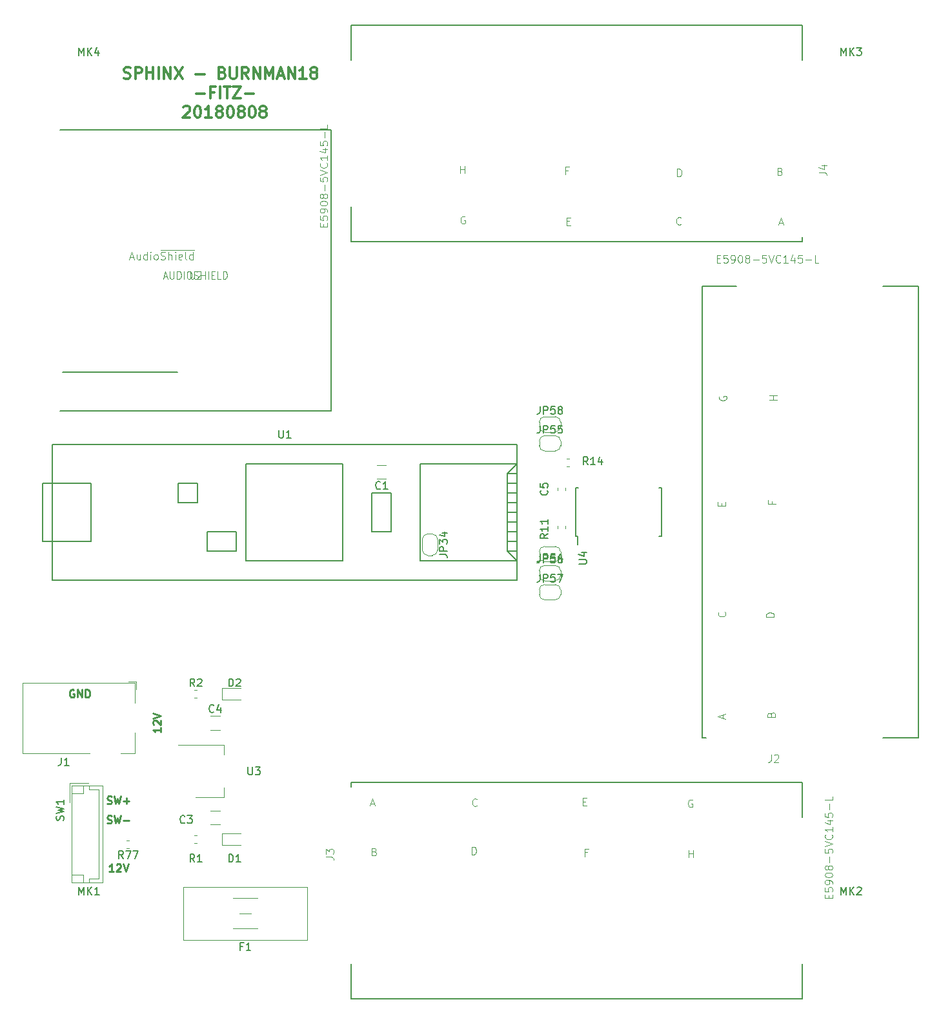
<source format=gto>
G04 #@! TF.GenerationSoftware,KiCad,Pcbnew,(5.0.0-rc2-dev-444-g2974a2c10)*
G04 #@! TF.CreationDate,2018-08-08T23:01:06-07:00*
G04 #@! TF.ProjectId,mcu_board,6D63755F626F6172642E6B696361645F,rev?*
G04 #@! TF.SameCoordinates,Original*
G04 #@! TF.FileFunction,Legend,Top*
G04 #@! TF.FilePolarity,Positive*
%FSLAX46Y46*%
G04 Gerber Fmt 4.6, Leading zero omitted, Abs format (unit mm)*
G04 Created by KiCad (PCBNEW (5.0.0-rc2-dev-444-g2974a2c10)) date 08/08/18 23:01:06*
%MOMM*%
%LPD*%
G01*
G04 APERTURE LIST*
%ADD10C,0.300000*%
%ADD11C,0.250000*%
%ADD12C,0.120000*%
%ADD13C,0.150000*%
%ADD14C,0.127000*%
%ADD15C,0.200000*%
%ADD16C,0.050000*%
G04 APERTURE END LIST*
D10*
X9610000Y-3137142D02*
X9824285Y-3208571D01*
X10181428Y-3208571D01*
X10324285Y-3137142D01*
X10395714Y-3065714D01*
X10467142Y-2922857D01*
X10467142Y-2780000D01*
X10395714Y-2637142D01*
X10324285Y-2565714D01*
X10181428Y-2494285D01*
X9895714Y-2422857D01*
X9752857Y-2351428D01*
X9681428Y-2280000D01*
X9610000Y-2137142D01*
X9610000Y-1994285D01*
X9681428Y-1851428D01*
X9752857Y-1780000D01*
X9895714Y-1708571D01*
X10252857Y-1708571D01*
X10467142Y-1780000D01*
X11110000Y-3208571D02*
X11110000Y-1708571D01*
X11681428Y-1708571D01*
X11824285Y-1780000D01*
X11895714Y-1851428D01*
X11967142Y-1994285D01*
X11967142Y-2208571D01*
X11895714Y-2351428D01*
X11824285Y-2422857D01*
X11681428Y-2494285D01*
X11110000Y-2494285D01*
X12610000Y-3208571D02*
X12610000Y-1708571D01*
X12610000Y-2422857D02*
X13467142Y-2422857D01*
X13467142Y-3208571D02*
X13467142Y-1708571D01*
X14181428Y-3208571D02*
X14181428Y-1708571D01*
X14895714Y-3208571D02*
X14895714Y-1708571D01*
X15752857Y-3208571D01*
X15752857Y-1708571D01*
X16324285Y-1708571D02*
X17324285Y-3208571D01*
X17324285Y-1708571D02*
X16324285Y-3208571D01*
X19038571Y-2637142D02*
X20181428Y-2637142D01*
X22538571Y-2422857D02*
X22752857Y-2494285D01*
X22824285Y-2565714D01*
X22895714Y-2708571D01*
X22895714Y-2922857D01*
X22824285Y-3065714D01*
X22752857Y-3137142D01*
X22610000Y-3208571D01*
X22038571Y-3208571D01*
X22038571Y-1708571D01*
X22538571Y-1708571D01*
X22681428Y-1780000D01*
X22752857Y-1851428D01*
X22824285Y-1994285D01*
X22824285Y-2137142D01*
X22752857Y-2280000D01*
X22681428Y-2351428D01*
X22538571Y-2422857D01*
X22038571Y-2422857D01*
X23538571Y-1708571D02*
X23538571Y-2922857D01*
X23610000Y-3065714D01*
X23681428Y-3137142D01*
X23824285Y-3208571D01*
X24110000Y-3208571D01*
X24252857Y-3137142D01*
X24324285Y-3065714D01*
X24395714Y-2922857D01*
X24395714Y-1708571D01*
X25967142Y-3208571D02*
X25467142Y-2494285D01*
X25109999Y-3208571D02*
X25109999Y-1708571D01*
X25681428Y-1708571D01*
X25824285Y-1780000D01*
X25895714Y-1851428D01*
X25967142Y-1994285D01*
X25967142Y-2208571D01*
X25895714Y-2351428D01*
X25824285Y-2422857D01*
X25681428Y-2494285D01*
X25109999Y-2494285D01*
X26610000Y-3208571D02*
X26610000Y-1708571D01*
X27467142Y-3208571D01*
X27467142Y-1708571D01*
X28181428Y-3208571D02*
X28181428Y-1708571D01*
X28681428Y-2780000D01*
X29181428Y-1708571D01*
X29181428Y-3208571D01*
X29824285Y-2780000D02*
X30538571Y-2780000D01*
X29681428Y-3208571D02*
X30181428Y-1708571D01*
X30681428Y-3208571D01*
X31181428Y-3208571D02*
X31181428Y-1708571D01*
X32038571Y-3208571D01*
X32038571Y-1708571D01*
X33538571Y-3208571D02*
X32681428Y-3208571D01*
X33109999Y-3208571D02*
X33109999Y-1708571D01*
X32967142Y-1922857D01*
X32824285Y-2065714D01*
X32681428Y-2137142D01*
X34395714Y-2351428D02*
X34252857Y-2280000D01*
X34181428Y-2208571D01*
X34110000Y-2065714D01*
X34110000Y-1994285D01*
X34181428Y-1851428D01*
X34252857Y-1780000D01*
X34395714Y-1708571D01*
X34681428Y-1708571D01*
X34824285Y-1780000D01*
X34895714Y-1851428D01*
X34967142Y-1994285D01*
X34967142Y-2065714D01*
X34895714Y-2208571D01*
X34824285Y-2280000D01*
X34681428Y-2351428D01*
X34395714Y-2351428D01*
X34252857Y-2422857D01*
X34181428Y-2494285D01*
X34110000Y-2637142D01*
X34110000Y-2922857D01*
X34181428Y-3065714D01*
X34252857Y-3137142D01*
X34395714Y-3208571D01*
X34681428Y-3208571D01*
X34824285Y-3137142D01*
X34895714Y-3065714D01*
X34967142Y-2922857D01*
X34967142Y-2637142D01*
X34895714Y-2494285D01*
X34824285Y-2422857D01*
X34681428Y-2351428D01*
X19074285Y-5187142D02*
X20217142Y-5187142D01*
X21431428Y-4972857D02*
X20931428Y-4972857D01*
X20931428Y-5758571D02*
X20931428Y-4258571D01*
X21645714Y-4258571D01*
X22217142Y-5758571D02*
X22217142Y-4258571D01*
X22717142Y-4258571D02*
X23574285Y-4258571D01*
X23145714Y-5758571D02*
X23145714Y-4258571D01*
X23931428Y-4258571D02*
X24931428Y-4258571D01*
X23931428Y-5758571D01*
X24931428Y-5758571D01*
X25502857Y-5187142D02*
X26645714Y-5187142D01*
X17431428Y-6951428D02*
X17502857Y-6880000D01*
X17645714Y-6808571D01*
X18002857Y-6808571D01*
X18145714Y-6880000D01*
X18217142Y-6951428D01*
X18288571Y-7094285D01*
X18288571Y-7237142D01*
X18217142Y-7451428D01*
X17359999Y-8308571D01*
X18288571Y-8308571D01*
X19217142Y-6808571D02*
X19359999Y-6808571D01*
X19502857Y-6880000D01*
X19574285Y-6951428D01*
X19645714Y-7094285D01*
X19717142Y-7380000D01*
X19717142Y-7737142D01*
X19645714Y-8022857D01*
X19574285Y-8165714D01*
X19502857Y-8237142D01*
X19359999Y-8308571D01*
X19217142Y-8308571D01*
X19074285Y-8237142D01*
X19002857Y-8165714D01*
X18931428Y-8022857D01*
X18859999Y-7737142D01*
X18859999Y-7380000D01*
X18931428Y-7094285D01*
X19002857Y-6951428D01*
X19074285Y-6880000D01*
X19217142Y-6808571D01*
X21145714Y-8308571D02*
X20288571Y-8308571D01*
X20717142Y-8308571D02*
X20717142Y-6808571D01*
X20574285Y-7022857D01*
X20431428Y-7165714D01*
X20288571Y-7237142D01*
X22002857Y-7451428D02*
X21859999Y-7380000D01*
X21788571Y-7308571D01*
X21717142Y-7165714D01*
X21717142Y-7094285D01*
X21788571Y-6951428D01*
X21859999Y-6880000D01*
X22002857Y-6808571D01*
X22288571Y-6808571D01*
X22431428Y-6880000D01*
X22502857Y-6951428D01*
X22574285Y-7094285D01*
X22574285Y-7165714D01*
X22502857Y-7308571D01*
X22431428Y-7380000D01*
X22288571Y-7451428D01*
X22002857Y-7451428D01*
X21859999Y-7522857D01*
X21788571Y-7594285D01*
X21717142Y-7737142D01*
X21717142Y-8022857D01*
X21788571Y-8165714D01*
X21859999Y-8237142D01*
X22002857Y-8308571D01*
X22288571Y-8308571D01*
X22431428Y-8237142D01*
X22502857Y-8165714D01*
X22574285Y-8022857D01*
X22574285Y-7737142D01*
X22502857Y-7594285D01*
X22431428Y-7522857D01*
X22288571Y-7451428D01*
X23502857Y-6808571D02*
X23645714Y-6808571D01*
X23788571Y-6880000D01*
X23859999Y-6951428D01*
X23931428Y-7094285D01*
X24002857Y-7380000D01*
X24002857Y-7737142D01*
X23931428Y-8022857D01*
X23859999Y-8165714D01*
X23788571Y-8237142D01*
X23645714Y-8308571D01*
X23502857Y-8308571D01*
X23359999Y-8237142D01*
X23288571Y-8165714D01*
X23217142Y-8022857D01*
X23145714Y-7737142D01*
X23145714Y-7380000D01*
X23217142Y-7094285D01*
X23288571Y-6951428D01*
X23359999Y-6880000D01*
X23502857Y-6808571D01*
X24859999Y-7451428D02*
X24717142Y-7380000D01*
X24645714Y-7308571D01*
X24574285Y-7165714D01*
X24574285Y-7094285D01*
X24645714Y-6951428D01*
X24717142Y-6880000D01*
X24859999Y-6808571D01*
X25145714Y-6808571D01*
X25288571Y-6880000D01*
X25359999Y-6951428D01*
X25431428Y-7094285D01*
X25431428Y-7165714D01*
X25359999Y-7308571D01*
X25288571Y-7380000D01*
X25145714Y-7451428D01*
X24859999Y-7451428D01*
X24717142Y-7522857D01*
X24645714Y-7594285D01*
X24574285Y-7737142D01*
X24574285Y-8022857D01*
X24645714Y-8165714D01*
X24717142Y-8237142D01*
X24859999Y-8308571D01*
X25145714Y-8308571D01*
X25288571Y-8237142D01*
X25359999Y-8165714D01*
X25431428Y-8022857D01*
X25431428Y-7737142D01*
X25359999Y-7594285D01*
X25288571Y-7522857D01*
X25145714Y-7451428D01*
X26360000Y-6808571D02*
X26502857Y-6808571D01*
X26645714Y-6880000D01*
X26717142Y-6951428D01*
X26788571Y-7094285D01*
X26859999Y-7380000D01*
X26859999Y-7737142D01*
X26788571Y-8022857D01*
X26717142Y-8165714D01*
X26645714Y-8237142D01*
X26502857Y-8308571D01*
X26360000Y-8308571D01*
X26217142Y-8237142D01*
X26145714Y-8165714D01*
X26074285Y-8022857D01*
X26002857Y-7737142D01*
X26002857Y-7380000D01*
X26074285Y-7094285D01*
X26145714Y-6951428D01*
X26217142Y-6880000D01*
X26360000Y-6808571D01*
X27717142Y-7451428D02*
X27574285Y-7380000D01*
X27502857Y-7308571D01*
X27431428Y-7165714D01*
X27431428Y-7094285D01*
X27502857Y-6951428D01*
X27574285Y-6880000D01*
X27717142Y-6808571D01*
X28002857Y-6808571D01*
X28145714Y-6880000D01*
X28217142Y-6951428D01*
X28288571Y-7094285D01*
X28288571Y-7165714D01*
X28217142Y-7308571D01*
X28145714Y-7380000D01*
X28002857Y-7451428D01*
X27717142Y-7451428D01*
X27574285Y-7522857D01*
X27502857Y-7594285D01*
X27431428Y-7737142D01*
X27431428Y-8022857D01*
X27502857Y-8165714D01*
X27574285Y-8237142D01*
X27717142Y-8308571D01*
X28002857Y-8308571D01*
X28145714Y-8237142D01*
X28217142Y-8165714D01*
X28288571Y-8022857D01*
X28288571Y-7737142D01*
X28217142Y-7594285D01*
X28145714Y-7522857D01*
X28002857Y-7451428D01*
D11*
X3048095Y-83320000D02*
X2952857Y-83272380D01*
X2810000Y-83272380D01*
X2667142Y-83320000D01*
X2571904Y-83415238D01*
X2524285Y-83510476D01*
X2476666Y-83700952D01*
X2476666Y-83843809D01*
X2524285Y-84034285D01*
X2571904Y-84129523D01*
X2667142Y-84224761D01*
X2810000Y-84272380D01*
X2905238Y-84272380D01*
X3048095Y-84224761D01*
X3095714Y-84177142D01*
X3095714Y-83843809D01*
X2905238Y-83843809D01*
X3524285Y-84272380D02*
X3524285Y-83272380D01*
X4095714Y-84272380D01*
X4095714Y-83272380D01*
X4571904Y-84272380D02*
X4571904Y-83272380D01*
X4810000Y-83272380D01*
X4952857Y-83320000D01*
X5048095Y-83415238D01*
X5095714Y-83510476D01*
X5143333Y-83700952D01*
X5143333Y-83843809D01*
X5095714Y-84034285D01*
X5048095Y-84129523D01*
X4952857Y-84224761D01*
X4810000Y-84272380D01*
X4571904Y-84272380D01*
X14422380Y-88249047D02*
X14422380Y-88820476D01*
X14422380Y-88534761D02*
X13422380Y-88534761D01*
X13565238Y-88630000D01*
X13660476Y-88725238D01*
X13708095Y-88820476D01*
X13517619Y-87868095D02*
X13470000Y-87820476D01*
X13422380Y-87725238D01*
X13422380Y-87487142D01*
X13470000Y-87391904D01*
X13517619Y-87344285D01*
X13612857Y-87296666D01*
X13708095Y-87296666D01*
X13850952Y-87344285D01*
X14422380Y-87915714D01*
X14422380Y-87296666D01*
X13422380Y-87010952D02*
X14422380Y-86677619D01*
X13422380Y-86344285D01*
X8270952Y-107132380D02*
X7699523Y-107132380D01*
X7985238Y-107132380D02*
X7985238Y-106132380D01*
X7890000Y-106275238D01*
X7794761Y-106370476D01*
X7699523Y-106418095D01*
X8651904Y-106227619D02*
X8699523Y-106180000D01*
X8794761Y-106132380D01*
X9032857Y-106132380D01*
X9128095Y-106180000D01*
X9175714Y-106227619D01*
X9223333Y-106322857D01*
X9223333Y-106418095D01*
X9175714Y-106560952D01*
X8604285Y-107132380D01*
X9223333Y-107132380D01*
X9509047Y-106132380D02*
X9842380Y-107132380D01*
X10175714Y-106132380D01*
X7413809Y-100734761D02*
X7556666Y-100782380D01*
X7794761Y-100782380D01*
X7890000Y-100734761D01*
X7937619Y-100687142D01*
X7985238Y-100591904D01*
X7985238Y-100496666D01*
X7937619Y-100401428D01*
X7890000Y-100353809D01*
X7794761Y-100306190D01*
X7604285Y-100258571D01*
X7509047Y-100210952D01*
X7461428Y-100163333D01*
X7413809Y-100068095D01*
X7413809Y-99972857D01*
X7461428Y-99877619D01*
X7509047Y-99830000D01*
X7604285Y-99782380D01*
X7842380Y-99782380D01*
X7985238Y-99830000D01*
X8318571Y-99782380D02*
X8556666Y-100782380D01*
X8747142Y-100068095D01*
X8937619Y-100782380D01*
X9175714Y-99782380D01*
X9556666Y-100401428D02*
X10318571Y-100401428D01*
X7413809Y-98194761D02*
X7556666Y-98242380D01*
X7794761Y-98242380D01*
X7890000Y-98194761D01*
X7937619Y-98147142D01*
X7985238Y-98051904D01*
X7985238Y-97956666D01*
X7937619Y-97861428D01*
X7890000Y-97813809D01*
X7794761Y-97766190D01*
X7604285Y-97718571D01*
X7509047Y-97670952D01*
X7461428Y-97623333D01*
X7413809Y-97528095D01*
X7413809Y-97432857D01*
X7461428Y-97337619D01*
X7509047Y-97290000D01*
X7604285Y-97242380D01*
X7842380Y-97242380D01*
X7985238Y-97290000D01*
X8318571Y-97242380D02*
X8556666Y-98242380D01*
X8747142Y-97528095D01*
X8937619Y-98242380D01*
X9175714Y-97242380D01*
X9556666Y-97861428D02*
X10318571Y-97861428D01*
X9937619Y-98242380D02*
X9937619Y-97480476D01*
D12*
X6790000Y-95830000D02*
X2770000Y-95830000D01*
X2770000Y-95830000D02*
X2770000Y-108550000D01*
X2770000Y-108550000D02*
X6790000Y-108550000D01*
X6790000Y-108550000D02*
X6790000Y-95830000D01*
X5080000Y-95830000D02*
X5080000Y-96330000D01*
X5080000Y-96330000D02*
X6290000Y-96330000D01*
X6290000Y-96330000D02*
X6290000Y-108050000D01*
X6290000Y-108050000D02*
X5080000Y-108050000D01*
X5080000Y-108050000D02*
X5080000Y-108550000D01*
X4270000Y-95830000D02*
X4270000Y-96830000D01*
X4270000Y-96830000D02*
X2770000Y-96830000D01*
X4270000Y-108550000D02*
X4270000Y-107550000D01*
X4270000Y-107550000D02*
X2770000Y-107550000D01*
X4970000Y-95530000D02*
X2470000Y-95530000D01*
X2470000Y-95530000D02*
X2470000Y-98030000D01*
X10331267Y-104030000D02*
X9988733Y-104030000D01*
X10331267Y-103010000D02*
X9988733Y-103010000D01*
X50771097Y-64973964D02*
G75*
G02X50071097Y-65673964I-700000J0D01*
G01*
X49471097Y-65673964D02*
G75*
G02X48771097Y-64973964I0J700000D01*
G01*
X48771097Y-63573964D02*
G75*
G02X49471097Y-62873964I700000J0D01*
G01*
X50071097Y-62873964D02*
G75*
G02X50771097Y-63573964I0J-700000D01*
G01*
X49471097Y-62873964D02*
X50071097Y-62873964D01*
X48771097Y-64973964D02*
X48771097Y-63573964D01*
X50071097Y-65673964D02*
X49471097Y-65673964D01*
X50771097Y-63573964D02*
X50771097Y-64973964D01*
X67510000Y-56828733D02*
X67510000Y-57171267D01*
X66490000Y-56828733D02*
X66490000Y-57171267D01*
X22192064Y-100960000D02*
X20987936Y-100960000D01*
X22192064Y-99140000D02*
X20987936Y-99140000D01*
X20987936Y-88540000D02*
X22192064Y-88540000D01*
X20987936Y-86720000D02*
X22192064Y-86720000D01*
X44023161Y-55643964D02*
X42819033Y-55643964D01*
X44023161Y-53823964D02*
X42819033Y-53823964D01*
X11260000Y-83260000D02*
X11260000Y-82210000D01*
X10210000Y-82210000D02*
X11260000Y-82210000D01*
X5160000Y-91610000D02*
X-3640000Y-91610000D01*
X-3640000Y-91610000D02*
X-3640000Y-82410000D01*
X11060000Y-88910000D02*
X11060000Y-91610000D01*
X11060000Y-91610000D02*
X9160000Y-91610000D01*
X-3640000Y-82410000D02*
X11060000Y-82410000D01*
X11060000Y-82410000D02*
X11060000Y-85010000D01*
X33620000Y-116070000D02*
X33620000Y-109130000D01*
X33620000Y-109130000D02*
X17420000Y-109130000D01*
X17420000Y-109130000D02*
X17420000Y-116070000D01*
X17420000Y-116070000D02*
X33620000Y-116070000D01*
X26270000Y-112600000D02*
X24770000Y-112600000D01*
X23920000Y-110600000D02*
X27120000Y-110600000D01*
X27120000Y-114600000D02*
X23920000Y-114600000D01*
X66200000Y-50000000D02*
G75*
G02X66900000Y-50700000I0J-700000D01*
G01*
X66900000Y-51300000D02*
G75*
G02X66200000Y-52000000I-700000J0D01*
G01*
X64800000Y-52000000D02*
G75*
G02X64100000Y-51300000I0J700000D01*
G01*
X64100000Y-50700000D02*
G75*
G02X64800000Y-50000000I700000J0D01*
G01*
X64100000Y-51300000D02*
X64100000Y-50700000D01*
X66200000Y-52000000D02*
X64800000Y-52000000D01*
X66900000Y-50700000D02*
X66900000Y-51300000D01*
X64800000Y-50000000D02*
X66200000Y-50000000D01*
X64800000Y-69500000D02*
X66200000Y-69500000D01*
X66900000Y-70200000D02*
X66900000Y-70800000D01*
X66200000Y-71500000D02*
X64800000Y-71500000D01*
X64100000Y-70800000D02*
X64100000Y-70200000D01*
X64100000Y-70200000D02*
G75*
G02X64800000Y-69500000I700000J0D01*
G01*
X64800000Y-71500000D02*
G75*
G02X64100000Y-70800000I0J700000D01*
G01*
X66900000Y-70800000D02*
G75*
G02X66200000Y-71500000I-700000J0D01*
G01*
X66200000Y-69500000D02*
G75*
G02X66900000Y-70200000I0J-700000D01*
G01*
X66200000Y-64500000D02*
G75*
G02X66900000Y-65200000I0J-700000D01*
G01*
X66900000Y-65800000D02*
G75*
G02X66200000Y-66500000I-700000J0D01*
G01*
X64800000Y-66500000D02*
G75*
G02X64100000Y-65800000I0J700000D01*
G01*
X64100000Y-65200000D02*
G75*
G02X64800000Y-64500000I700000J0D01*
G01*
X64100000Y-65800000D02*
X64100000Y-65200000D01*
X66200000Y-66500000D02*
X64800000Y-66500000D01*
X66900000Y-65200000D02*
X66900000Y-65800000D01*
X64800000Y-64500000D02*
X66200000Y-64500000D01*
X64800000Y-47500000D02*
X66200000Y-47500000D01*
X66900000Y-48200000D02*
X66900000Y-48800000D01*
X66200000Y-49500000D02*
X64800000Y-49500000D01*
X64100000Y-48800000D02*
X64100000Y-48200000D01*
X64100000Y-48200000D02*
G75*
G02X64800000Y-47500000I700000J0D01*
G01*
X64800000Y-49500000D02*
G75*
G02X64100000Y-48800000I0J700000D01*
G01*
X66900000Y-48800000D02*
G75*
G02X66200000Y-49500000I-700000J0D01*
G01*
X66200000Y-47500000D02*
G75*
G02X66900000Y-48200000I0J-700000D01*
G01*
X66200000Y-67000000D02*
G75*
G02X66900000Y-67700000I0J-700000D01*
G01*
X66900000Y-68300000D02*
G75*
G02X66200000Y-69000000I-700000J0D01*
G01*
X64800000Y-69000000D02*
G75*
G02X64100000Y-68300000I0J700000D01*
G01*
X64100000Y-67700000D02*
G75*
G02X64800000Y-67000000I700000J0D01*
G01*
X64100000Y-68300000D02*
X64100000Y-67700000D01*
X66200000Y-69000000D02*
X64800000Y-69000000D01*
X66900000Y-67700000D02*
X66900000Y-68300000D01*
X64800000Y-67000000D02*
X66200000Y-67000000D01*
X22470000Y-103605000D02*
X24930000Y-103605000D01*
X22470000Y-102135000D02*
X22470000Y-103605000D01*
X24930000Y-102135000D02*
X22470000Y-102135000D01*
X24930000Y-83085000D02*
X22470000Y-83085000D01*
X22470000Y-83085000D02*
X22470000Y-84555000D01*
X22470000Y-84555000D02*
X24930000Y-84555000D01*
D13*
X69100000Y-64250000D02*
X69100000Y-63175000D01*
X69100000Y-63175000D02*
X68875000Y-63175000D01*
X68875000Y-63175000D02*
X68875000Y-56825000D01*
X68875000Y-56825000D02*
X69200000Y-56825000D01*
X79800000Y-63175000D02*
X80125000Y-63175000D01*
X80125000Y-63175000D02*
X80125000Y-56825000D01*
X80125000Y-56825000D02*
X79800000Y-56825000D01*
D12*
X22740000Y-97350000D02*
X22740000Y-96090000D01*
X22740000Y-90530000D02*
X22740000Y-91790000D01*
X18980000Y-97350000D02*
X22740000Y-97350000D01*
X16730000Y-90530000D02*
X22740000Y-90530000D01*
X18878733Y-84330000D02*
X19221267Y-84330000D01*
X18878733Y-83310000D02*
X19221267Y-83310000D01*
X18878733Y-102360000D02*
X19221267Y-102360000D01*
X18878733Y-103380000D02*
X19221267Y-103380000D01*
X67703733Y-52990000D02*
X68046267Y-52990000D01*
X67703733Y-54010000D02*
X68046267Y-54010000D01*
X66490000Y-62171267D02*
X66490000Y-61828733D01*
X67510000Y-62171267D02*
X67510000Y-61828733D01*
D14*
X1220000Y-46780000D02*
X36780000Y-46780000D01*
X1220000Y-9950000D02*
X36780000Y-9950000D01*
X36780000Y-9950000D02*
X36780000Y-46780000D01*
X1601000Y-41700000D02*
X16601000Y-41700000D01*
D15*
X39410000Y-95450000D02*
X98590000Y-95450000D01*
X98590000Y-123800000D02*
X39410000Y-123800000D01*
X39410000Y-123800000D02*
X39410000Y-119200000D01*
X98590000Y-123800000D02*
X98590000Y-119200000D01*
X98590000Y-95450000D02*
X98590000Y-100000000D01*
X39410000Y-95450000D02*
X39410000Y-96000000D01*
X85450000Y-89590000D02*
X86000000Y-89590000D01*
X85450000Y-30410000D02*
X90000000Y-30410000D01*
X113800000Y-30410000D02*
X109200000Y-30410000D01*
X113800000Y-89590000D02*
X109200000Y-89590000D01*
X113800000Y-30410000D02*
X113800000Y-89590000D01*
X85450000Y-89590000D02*
X85450000Y-30410000D01*
X98590000Y-24550000D02*
X39410000Y-24550000D01*
X39410000Y3800000D02*
X98590000Y3800000D01*
X98590000Y3800000D02*
X98590000Y-800000D01*
X39410000Y3800000D02*
X39410000Y-800000D01*
X39410000Y-24550000D02*
X39410000Y-20000000D01*
X98590000Y-24550000D02*
X98590000Y-24000000D01*
D13*
X16751097Y-56190000D02*
X16751097Y-58730000D01*
X16751097Y-58730000D02*
X19291097Y-58730000D01*
X19291097Y-58730000D02*
X19291097Y-56190000D01*
X19291097Y-56190000D02*
X16751097Y-56190000D01*
X24371097Y-65080000D02*
X20561097Y-65080000D01*
X20561097Y-65080000D02*
X20561097Y-62540000D01*
X20561097Y-62540000D02*
X24371097Y-62540000D01*
X24371097Y-62540000D02*
X24371097Y-65080000D01*
X38341097Y-66350000D02*
X38341097Y-53650000D01*
X25641097Y-53650000D02*
X25641097Y-66350000D01*
X25641097Y-66350000D02*
X38341097Y-66350000D01*
X25641097Y-53650000D02*
X38341097Y-53650000D01*
X59931097Y-65080000D02*
X61201097Y-65080000D01*
X59931097Y-63810000D02*
X61201097Y-63810000D01*
X59931097Y-62540000D02*
X61201097Y-62540000D01*
X59931097Y-61270000D02*
X61201097Y-61270000D01*
X59931097Y-60000000D02*
X61201097Y-60000000D01*
X59931097Y-58730000D02*
X61201097Y-58730000D01*
X59931097Y-57460000D02*
X61201097Y-57460000D01*
X59931097Y-56190000D02*
X61201097Y-56190000D01*
X59931097Y-54920000D02*
X61201097Y-54920000D01*
X61201097Y-66350000D02*
X59931097Y-65080000D01*
X59931097Y-65080000D02*
X59931097Y-54920000D01*
X59931097Y-54920000D02*
X61201097Y-53650000D01*
X61201097Y-53650000D02*
X48501097Y-53650000D01*
X48501097Y-53650000D02*
X48501097Y-66350000D01*
X48501097Y-66350000D02*
X61201097Y-66350000D01*
X61201097Y-51110000D02*
X241097Y-51110000D01*
X241097Y-68890000D02*
X61201097Y-68890000D01*
X241097Y-63810000D02*
X-1028903Y-63810000D01*
X-1028903Y-63810000D02*
X-1028903Y-56190000D01*
X-1028903Y-56190000D02*
X241097Y-56190000D01*
X5321097Y-63810000D02*
X5321097Y-56190000D01*
X5321097Y-56190000D02*
X241097Y-56190000D01*
X5321097Y-63810000D02*
X241097Y-63810000D01*
X44691097Y-57460000D02*
X44691097Y-62540000D01*
X44691097Y-62540000D02*
X42151097Y-62540000D01*
X42151097Y-62540000D02*
X42151097Y-57460000D01*
X42151097Y-57460000D02*
X44691097Y-57460000D01*
X61201097Y-51110000D02*
X61201097Y-68890000D01*
X241097Y-68890000D02*
X241097Y-51110000D01*
X1674761Y-100393333D02*
X1722380Y-100250476D01*
X1722380Y-100012380D01*
X1674761Y-99917142D01*
X1627142Y-99869523D01*
X1531904Y-99821904D01*
X1436666Y-99821904D01*
X1341428Y-99869523D01*
X1293809Y-99917142D01*
X1246190Y-100012380D01*
X1198571Y-100202857D01*
X1150952Y-100298095D01*
X1103333Y-100345714D01*
X1008095Y-100393333D01*
X912857Y-100393333D01*
X817619Y-100345714D01*
X770000Y-100298095D01*
X722380Y-100202857D01*
X722380Y-99964761D01*
X770000Y-99821904D01*
X722380Y-99488571D02*
X1722380Y-99250476D01*
X1008095Y-99060000D01*
X1722380Y-98869523D01*
X722380Y-98631428D01*
X1722380Y-97726666D02*
X1722380Y-98298095D01*
X1722380Y-98012380D02*
X722380Y-98012380D01*
X865238Y-98107619D01*
X960476Y-98202857D01*
X1008095Y-98298095D01*
X9517142Y-105402380D02*
X9183809Y-104926190D01*
X8945714Y-105402380D02*
X8945714Y-104402380D01*
X9326666Y-104402380D01*
X9421904Y-104450000D01*
X9469523Y-104497619D01*
X9517142Y-104592857D01*
X9517142Y-104735714D01*
X9469523Y-104830952D01*
X9421904Y-104878571D01*
X9326666Y-104926190D01*
X8945714Y-104926190D01*
X9850476Y-104402380D02*
X10517142Y-104402380D01*
X10088571Y-105402380D01*
X10802857Y-104402380D02*
X11469523Y-104402380D01*
X11040952Y-105402380D01*
X103690476Y-110152380D02*
X103690476Y-109152380D01*
X104023809Y-109866666D01*
X104357142Y-109152380D01*
X104357142Y-110152380D01*
X104833333Y-110152380D02*
X104833333Y-109152380D01*
X105404761Y-110152380D02*
X104976190Y-109580952D01*
X105404761Y-109152380D02*
X104833333Y-109723809D01*
X105785714Y-109247619D02*
X105833333Y-109200000D01*
X105928571Y-109152380D01*
X106166666Y-109152380D01*
X106261904Y-109200000D01*
X106309523Y-109247619D01*
X106357142Y-109342857D01*
X106357142Y-109438095D01*
X106309523Y-109580952D01*
X105738095Y-110152380D01*
X106357142Y-110152380D01*
X3690476Y-152380D02*
X3690476Y847619D01*
X4023809Y133333D01*
X4357142Y847619D01*
X4357142Y-152380D01*
X4833333Y-152380D02*
X4833333Y847619D01*
X5404761Y-152380D02*
X4976190Y419047D01*
X5404761Y847619D02*
X4833333Y276190D01*
X6261904Y514285D02*
X6261904Y-152380D01*
X6023809Y895238D02*
X5785714Y180952D01*
X6404761Y180952D01*
X3690476Y-110152380D02*
X3690476Y-109152380D01*
X4023809Y-109866666D01*
X4357142Y-109152380D01*
X4357142Y-110152380D01*
X4833333Y-110152380D02*
X4833333Y-109152380D01*
X5404761Y-110152380D02*
X4976190Y-109580952D01*
X5404761Y-109152380D02*
X4833333Y-109723809D01*
X6357142Y-110152380D02*
X5785714Y-110152380D01*
X6071428Y-110152380D02*
X6071428Y-109152380D01*
X5976190Y-109295238D01*
X5880952Y-109390476D01*
X5785714Y-109438095D01*
X103690476Y-152380D02*
X103690476Y847619D01*
X104023809Y133333D01*
X104357142Y847619D01*
X104357142Y-152380D01*
X104833333Y-152380D02*
X104833333Y847619D01*
X105404761Y-152380D02*
X104976190Y419047D01*
X105404761Y847619D02*
X104833333Y276190D01*
X105738095Y847619D02*
X106357142Y847619D01*
X106023809Y466666D01*
X106166666Y466666D01*
X106261904Y419047D01*
X106309523Y371428D01*
X106357142Y276190D01*
X106357142Y38095D01*
X106309523Y-57142D01*
X106261904Y-104761D01*
X106166666Y-152380D01*
X105880952Y-152380D01*
X105785714Y-104761D01*
X105738095Y-57142D01*
X51023477Y-65583487D02*
X51737763Y-65583487D01*
X51880620Y-65631106D01*
X51975858Y-65726344D01*
X52023477Y-65869202D01*
X52023477Y-65964440D01*
X52023477Y-65107297D02*
X51023477Y-65107297D01*
X51023477Y-64726344D01*
X51071097Y-64631106D01*
X51118716Y-64583487D01*
X51213954Y-64535868D01*
X51356811Y-64535868D01*
X51452049Y-64583487D01*
X51499668Y-64631106D01*
X51547287Y-64726344D01*
X51547287Y-65107297D01*
X51023477Y-64202535D02*
X51023477Y-63583487D01*
X51404430Y-63916821D01*
X51404430Y-63773964D01*
X51452049Y-63678725D01*
X51499668Y-63631106D01*
X51594906Y-63583487D01*
X51833001Y-63583487D01*
X51928239Y-63631106D01*
X51975858Y-63678725D01*
X52023477Y-63773964D01*
X52023477Y-64059678D01*
X51975858Y-64154916D01*
X51928239Y-64202535D01*
X51356811Y-62726344D02*
X52023477Y-62726344D01*
X50975858Y-62964440D02*
X51690144Y-63202535D01*
X51690144Y-62583487D01*
X65127142Y-57166666D02*
X65174761Y-57214285D01*
X65222380Y-57357142D01*
X65222380Y-57452380D01*
X65174761Y-57595238D01*
X65079523Y-57690476D01*
X64984285Y-57738095D01*
X64793809Y-57785714D01*
X64650952Y-57785714D01*
X64460476Y-57738095D01*
X64365238Y-57690476D01*
X64270000Y-57595238D01*
X64222380Y-57452380D01*
X64222380Y-57357142D01*
X64270000Y-57214285D01*
X64317619Y-57166666D01*
X64222380Y-56261904D02*
X64222380Y-56738095D01*
X64698571Y-56785714D01*
X64650952Y-56738095D01*
X64603333Y-56642857D01*
X64603333Y-56404761D01*
X64650952Y-56309523D01*
X64698571Y-56261904D01*
X64793809Y-56214285D01*
X65031904Y-56214285D01*
X65127142Y-56261904D01*
X65174761Y-56309523D01*
X65222380Y-56404761D01*
X65222380Y-56642857D01*
X65174761Y-56738095D01*
X65127142Y-56785714D01*
X17613333Y-100687142D02*
X17565714Y-100734761D01*
X17422857Y-100782380D01*
X17327619Y-100782380D01*
X17184761Y-100734761D01*
X17089523Y-100639523D01*
X17041904Y-100544285D01*
X16994285Y-100353809D01*
X16994285Y-100210952D01*
X17041904Y-100020476D01*
X17089523Y-99925238D01*
X17184761Y-99830000D01*
X17327619Y-99782380D01*
X17422857Y-99782380D01*
X17565714Y-99830000D01*
X17613333Y-99877619D01*
X17946666Y-99782380D02*
X18565714Y-99782380D01*
X18232380Y-100163333D01*
X18375238Y-100163333D01*
X18470476Y-100210952D01*
X18518095Y-100258571D01*
X18565714Y-100353809D01*
X18565714Y-100591904D01*
X18518095Y-100687142D01*
X18470476Y-100734761D01*
X18375238Y-100782380D01*
X18089523Y-100782380D01*
X17994285Y-100734761D01*
X17946666Y-100687142D01*
X21423333Y-86167142D02*
X21375714Y-86214761D01*
X21232857Y-86262380D01*
X21137619Y-86262380D01*
X20994761Y-86214761D01*
X20899523Y-86119523D01*
X20851904Y-86024285D01*
X20804285Y-85833809D01*
X20804285Y-85690952D01*
X20851904Y-85500476D01*
X20899523Y-85405238D01*
X20994761Y-85310000D01*
X21137619Y-85262380D01*
X21232857Y-85262380D01*
X21375714Y-85310000D01*
X21423333Y-85357619D01*
X22280476Y-85595714D02*
X22280476Y-86262380D01*
X22042380Y-85214761D02*
X21804285Y-85929047D01*
X22423333Y-85929047D01*
X43254430Y-56911106D02*
X43206811Y-56958725D01*
X43063954Y-57006344D01*
X42968716Y-57006344D01*
X42825858Y-56958725D01*
X42730620Y-56863487D01*
X42683001Y-56768249D01*
X42635382Y-56577773D01*
X42635382Y-56434916D01*
X42683001Y-56244440D01*
X42730620Y-56149202D01*
X42825858Y-56053964D01*
X42968716Y-56006344D01*
X43063954Y-56006344D01*
X43206811Y-56053964D01*
X43254430Y-56101583D01*
X44206811Y-57006344D02*
X43635382Y-57006344D01*
X43921097Y-57006344D02*
X43921097Y-56006344D01*
X43825858Y-56149202D01*
X43730620Y-56244440D01*
X43635382Y-56292059D01*
X1376666Y-92212380D02*
X1376666Y-92926666D01*
X1329047Y-93069523D01*
X1233809Y-93164761D01*
X1090952Y-93212380D01*
X995714Y-93212380D01*
X2376666Y-93212380D02*
X1805238Y-93212380D01*
X2090952Y-93212380D02*
X2090952Y-92212380D01*
X1995714Y-92355238D01*
X1900476Y-92450476D01*
X1805238Y-92498095D01*
X25186666Y-116898571D02*
X24853333Y-116898571D01*
X24853333Y-117422380D02*
X24853333Y-116422380D01*
X25329523Y-116422380D01*
X26234285Y-117422380D02*
X25662857Y-117422380D01*
X25948571Y-117422380D02*
X25948571Y-116422380D01*
X25853333Y-116565238D01*
X25758095Y-116660476D01*
X25662857Y-116708095D01*
X64190476Y-48652380D02*
X64190476Y-49366666D01*
X64142857Y-49509523D01*
X64047619Y-49604761D01*
X63904761Y-49652380D01*
X63809523Y-49652380D01*
X64666666Y-49652380D02*
X64666666Y-48652380D01*
X65047619Y-48652380D01*
X65142857Y-48700000D01*
X65190476Y-48747619D01*
X65238095Y-48842857D01*
X65238095Y-48985714D01*
X65190476Y-49080952D01*
X65142857Y-49128571D01*
X65047619Y-49176190D01*
X64666666Y-49176190D01*
X66142857Y-48652380D02*
X65666666Y-48652380D01*
X65619047Y-49128571D01*
X65666666Y-49080952D01*
X65761904Y-49033333D01*
X66000000Y-49033333D01*
X66095238Y-49080952D01*
X66142857Y-49128571D01*
X66190476Y-49223809D01*
X66190476Y-49461904D01*
X66142857Y-49557142D01*
X66095238Y-49604761D01*
X66000000Y-49652380D01*
X65761904Y-49652380D01*
X65666666Y-49604761D01*
X65619047Y-49557142D01*
X67095238Y-48652380D02*
X66619047Y-48652380D01*
X66571428Y-49128571D01*
X66619047Y-49080952D01*
X66714285Y-49033333D01*
X66952380Y-49033333D01*
X67047619Y-49080952D01*
X67095238Y-49128571D01*
X67142857Y-49223809D01*
X67142857Y-49461904D01*
X67095238Y-49557142D01*
X67047619Y-49604761D01*
X66952380Y-49652380D01*
X66714285Y-49652380D01*
X66619047Y-49604761D01*
X66571428Y-49557142D01*
X64190476Y-68152380D02*
X64190476Y-68866666D01*
X64142857Y-69009523D01*
X64047619Y-69104761D01*
X63904761Y-69152380D01*
X63809523Y-69152380D01*
X64666666Y-69152380D02*
X64666666Y-68152380D01*
X65047619Y-68152380D01*
X65142857Y-68200000D01*
X65190476Y-68247619D01*
X65238095Y-68342857D01*
X65238095Y-68485714D01*
X65190476Y-68580952D01*
X65142857Y-68628571D01*
X65047619Y-68676190D01*
X64666666Y-68676190D01*
X66142857Y-68152380D02*
X65666666Y-68152380D01*
X65619047Y-68628571D01*
X65666666Y-68580952D01*
X65761904Y-68533333D01*
X66000000Y-68533333D01*
X66095238Y-68580952D01*
X66142857Y-68628571D01*
X66190476Y-68723809D01*
X66190476Y-68961904D01*
X66142857Y-69057142D01*
X66095238Y-69104761D01*
X66000000Y-69152380D01*
X65761904Y-69152380D01*
X65666666Y-69104761D01*
X65619047Y-69057142D01*
X66523809Y-68152380D02*
X67190476Y-68152380D01*
X66761904Y-69152380D01*
X64190476Y-65492380D02*
X64190476Y-66206666D01*
X64142857Y-66349523D01*
X64047619Y-66444761D01*
X63904761Y-66492380D01*
X63809523Y-66492380D01*
X64666666Y-66492380D02*
X64666666Y-65492380D01*
X65047619Y-65492380D01*
X65142857Y-65540000D01*
X65190476Y-65587619D01*
X65238095Y-65682857D01*
X65238095Y-65825714D01*
X65190476Y-65920952D01*
X65142857Y-65968571D01*
X65047619Y-66016190D01*
X64666666Y-66016190D01*
X66142857Y-65492380D02*
X65666666Y-65492380D01*
X65619047Y-65968571D01*
X65666666Y-65920952D01*
X65761904Y-65873333D01*
X66000000Y-65873333D01*
X66095238Y-65920952D01*
X66142857Y-65968571D01*
X66190476Y-66063809D01*
X66190476Y-66301904D01*
X66142857Y-66397142D01*
X66095238Y-66444761D01*
X66000000Y-66492380D01*
X65761904Y-66492380D01*
X65666666Y-66444761D01*
X65619047Y-66397142D01*
X67047619Y-65825714D02*
X67047619Y-66492380D01*
X66809523Y-65444761D02*
X66571428Y-66159047D01*
X67190476Y-66159047D01*
X64190476Y-46152380D02*
X64190476Y-46866666D01*
X64142857Y-47009523D01*
X64047619Y-47104761D01*
X63904761Y-47152380D01*
X63809523Y-47152380D01*
X64666666Y-47152380D02*
X64666666Y-46152380D01*
X65047619Y-46152380D01*
X65142857Y-46200000D01*
X65190476Y-46247619D01*
X65238095Y-46342857D01*
X65238095Y-46485714D01*
X65190476Y-46580952D01*
X65142857Y-46628571D01*
X65047619Y-46676190D01*
X64666666Y-46676190D01*
X66142857Y-46152380D02*
X65666666Y-46152380D01*
X65619047Y-46628571D01*
X65666666Y-46580952D01*
X65761904Y-46533333D01*
X66000000Y-46533333D01*
X66095238Y-46580952D01*
X66142857Y-46628571D01*
X66190476Y-46723809D01*
X66190476Y-46961904D01*
X66142857Y-47057142D01*
X66095238Y-47104761D01*
X66000000Y-47152380D01*
X65761904Y-47152380D01*
X65666666Y-47104761D01*
X65619047Y-47057142D01*
X66761904Y-46580952D02*
X66666666Y-46533333D01*
X66619047Y-46485714D01*
X66571428Y-46390476D01*
X66571428Y-46342857D01*
X66619047Y-46247619D01*
X66666666Y-46200000D01*
X66761904Y-46152380D01*
X66952380Y-46152380D01*
X67047619Y-46200000D01*
X67095238Y-46247619D01*
X67142857Y-46342857D01*
X67142857Y-46390476D01*
X67095238Y-46485714D01*
X67047619Y-46533333D01*
X66952380Y-46580952D01*
X66761904Y-46580952D01*
X66666666Y-46628571D01*
X66619047Y-46676190D01*
X66571428Y-46771428D01*
X66571428Y-46961904D01*
X66619047Y-47057142D01*
X66666666Y-47104761D01*
X66761904Y-47152380D01*
X66952380Y-47152380D01*
X67047619Y-47104761D01*
X67095238Y-47057142D01*
X67142857Y-46961904D01*
X67142857Y-46771428D01*
X67095238Y-46676190D01*
X67047619Y-46628571D01*
X66952380Y-46580952D01*
X64190476Y-65652380D02*
X64190476Y-66366666D01*
X64142857Y-66509523D01*
X64047619Y-66604761D01*
X63904761Y-66652380D01*
X63809523Y-66652380D01*
X64666666Y-66652380D02*
X64666666Y-65652380D01*
X65047619Y-65652380D01*
X65142857Y-65700000D01*
X65190476Y-65747619D01*
X65238095Y-65842857D01*
X65238095Y-65985714D01*
X65190476Y-66080952D01*
X65142857Y-66128571D01*
X65047619Y-66176190D01*
X64666666Y-66176190D01*
X66142857Y-65652380D02*
X65666666Y-65652380D01*
X65619047Y-66128571D01*
X65666666Y-66080952D01*
X65761904Y-66033333D01*
X66000000Y-66033333D01*
X66095238Y-66080952D01*
X66142857Y-66128571D01*
X66190476Y-66223809D01*
X66190476Y-66461904D01*
X66142857Y-66557142D01*
X66095238Y-66604761D01*
X66000000Y-66652380D01*
X65761904Y-66652380D01*
X65666666Y-66604761D01*
X65619047Y-66557142D01*
X67047619Y-65652380D02*
X66857142Y-65652380D01*
X66761904Y-65700000D01*
X66714285Y-65747619D01*
X66619047Y-65890476D01*
X66571428Y-66080952D01*
X66571428Y-66461904D01*
X66619047Y-66557142D01*
X66666666Y-66604761D01*
X66761904Y-66652380D01*
X66952380Y-66652380D01*
X67047619Y-66604761D01*
X67095238Y-66557142D01*
X67142857Y-66461904D01*
X67142857Y-66223809D01*
X67095238Y-66128571D01*
X67047619Y-66080952D01*
X66952380Y-66033333D01*
X66761904Y-66033333D01*
X66666666Y-66080952D01*
X66619047Y-66128571D01*
X66571428Y-66223809D01*
X23391904Y-105862380D02*
X23391904Y-104862380D01*
X23630000Y-104862380D01*
X23772857Y-104910000D01*
X23868095Y-105005238D01*
X23915714Y-105100476D01*
X23963333Y-105290952D01*
X23963333Y-105433809D01*
X23915714Y-105624285D01*
X23868095Y-105719523D01*
X23772857Y-105814761D01*
X23630000Y-105862380D01*
X23391904Y-105862380D01*
X24915714Y-105862380D02*
X24344285Y-105862380D01*
X24630000Y-105862380D02*
X24630000Y-104862380D01*
X24534761Y-105005238D01*
X24439523Y-105100476D01*
X24344285Y-105148095D01*
X23391904Y-82842380D02*
X23391904Y-81842380D01*
X23630000Y-81842380D01*
X23772857Y-81890000D01*
X23868095Y-81985238D01*
X23915714Y-82080476D01*
X23963333Y-82270952D01*
X23963333Y-82413809D01*
X23915714Y-82604285D01*
X23868095Y-82699523D01*
X23772857Y-82794761D01*
X23630000Y-82842380D01*
X23391904Y-82842380D01*
X24344285Y-81937619D02*
X24391904Y-81890000D01*
X24487142Y-81842380D01*
X24725238Y-81842380D01*
X24820476Y-81890000D01*
X24868095Y-81937619D01*
X24915714Y-82032857D01*
X24915714Y-82128095D01*
X24868095Y-82270952D01*
X24296666Y-82842380D01*
X24915714Y-82842380D01*
X69302380Y-66801904D02*
X70111904Y-66801904D01*
X70207142Y-66754285D01*
X70254761Y-66706666D01*
X70302380Y-66611428D01*
X70302380Y-66420952D01*
X70254761Y-66325714D01*
X70207142Y-66278095D01*
X70111904Y-66230476D01*
X69302380Y-66230476D01*
X69635714Y-65325714D02*
X70302380Y-65325714D01*
X69254761Y-65563809D02*
X69969047Y-65801904D01*
X69969047Y-65182857D01*
X25908095Y-93432380D02*
X25908095Y-94241904D01*
X25955714Y-94337142D01*
X26003333Y-94384761D01*
X26098571Y-94432380D01*
X26289047Y-94432380D01*
X26384285Y-94384761D01*
X26431904Y-94337142D01*
X26479523Y-94241904D01*
X26479523Y-93432380D01*
X26860476Y-93432380D02*
X27479523Y-93432380D01*
X27146190Y-93813333D01*
X27289047Y-93813333D01*
X27384285Y-93860952D01*
X27431904Y-93908571D01*
X27479523Y-94003809D01*
X27479523Y-94241904D01*
X27431904Y-94337142D01*
X27384285Y-94384761D01*
X27289047Y-94432380D01*
X27003333Y-94432380D01*
X26908095Y-94384761D01*
X26860476Y-94337142D01*
X18883333Y-82842380D02*
X18550000Y-82366190D01*
X18311904Y-82842380D02*
X18311904Y-81842380D01*
X18692857Y-81842380D01*
X18788095Y-81890000D01*
X18835714Y-81937619D01*
X18883333Y-82032857D01*
X18883333Y-82175714D01*
X18835714Y-82270952D01*
X18788095Y-82318571D01*
X18692857Y-82366190D01*
X18311904Y-82366190D01*
X19264285Y-81937619D02*
X19311904Y-81890000D01*
X19407142Y-81842380D01*
X19645238Y-81842380D01*
X19740476Y-81890000D01*
X19788095Y-81937619D01*
X19835714Y-82032857D01*
X19835714Y-82128095D01*
X19788095Y-82270952D01*
X19216666Y-82842380D01*
X19835714Y-82842380D01*
X18883333Y-105862380D02*
X18550000Y-105386190D01*
X18311904Y-105862380D02*
X18311904Y-104862380D01*
X18692857Y-104862380D01*
X18788095Y-104910000D01*
X18835714Y-104957619D01*
X18883333Y-105052857D01*
X18883333Y-105195714D01*
X18835714Y-105290952D01*
X18788095Y-105338571D01*
X18692857Y-105386190D01*
X18311904Y-105386190D01*
X19835714Y-105862380D02*
X19264285Y-105862380D01*
X19550000Y-105862380D02*
X19550000Y-104862380D01*
X19454761Y-105005238D01*
X19359523Y-105100476D01*
X19264285Y-105148095D01*
X70477142Y-53792380D02*
X70143809Y-53316190D01*
X69905714Y-53792380D02*
X69905714Y-52792380D01*
X70286666Y-52792380D01*
X70381904Y-52840000D01*
X70429523Y-52887619D01*
X70477142Y-52982857D01*
X70477142Y-53125714D01*
X70429523Y-53220952D01*
X70381904Y-53268571D01*
X70286666Y-53316190D01*
X69905714Y-53316190D01*
X71429523Y-53792380D02*
X70858095Y-53792380D01*
X71143809Y-53792380D02*
X71143809Y-52792380D01*
X71048571Y-52935238D01*
X70953333Y-53030476D01*
X70858095Y-53078095D01*
X72286666Y-53125714D02*
X72286666Y-53792380D01*
X72048571Y-52744761D02*
X71810476Y-53459047D01*
X72429523Y-53459047D01*
X65222380Y-62872857D02*
X64746190Y-63206190D01*
X65222380Y-63444285D02*
X64222380Y-63444285D01*
X64222380Y-63063333D01*
X64270000Y-62968095D01*
X64317619Y-62920476D01*
X64412857Y-62872857D01*
X64555714Y-62872857D01*
X64650952Y-62920476D01*
X64698571Y-62968095D01*
X64746190Y-63063333D01*
X64746190Y-63444285D01*
X65222380Y-61920476D02*
X65222380Y-62491904D01*
X65222380Y-62206190D02*
X64222380Y-62206190D01*
X64365238Y-62301428D01*
X64460476Y-62396666D01*
X64508095Y-62491904D01*
X65222380Y-60968095D02*
X65222380Y-61539523D01*
X65222380Y-61253809D02*
X64222380Y-61253809D01*
X64365238Y-61349047D01*
X64460476Y-61444285D01*
X64508095Y-61539523D01*
D16*
X18314285Y-28452380D02*
X18314285Y-29261904D01*
X18357142Y-29357142D01*
X18400000Y-29404761D01*
X18485714Y-29452380D01*
X18657142Y-29452380D01*
X18742857Y-29404761D01*
X18785714Y-29357142D01*
X18828571Y-29261904D01*
X18828571Y-28452380D01*
X19214285Y-28547619D02*
X19257142Y-28500000D01*
X19342857Y-28452380D01*
X19557142Y-28452380D01*
X19642857Y-28500000D01*
X19685714Y-28547619D01*
X19728571Y-28642857D01*
X19728571Y-28738095D01*
X19685714Y-28880952D01*
X19171428Y-29452380D01*
X19728571Y-29452380D01*
X14842857Y-29166666D02*
X15271428Y-29166666D01*
X14757142Y-29452380D02*
X15057142Y-28452380D01*
X15357142Y-29452380D01*
X15657142Y-28452380D02*
X15657142Y-29261904D01*
X15700000Y-29357142D01*
X15742857Y-29404761D01*
X15828571Y-29452380D01*
X16000000Y-29452380D01*
X16085714Y-29404761D01*
X16128571Y-29357142D01*
X16171428Y-29261904D01*
X16171428Y-28452380D01*
X16600000Y-29452380D02*
X16600000Y-28452380D01*
X16814285Y-28452380D01*
X16942857Y-28500000D01*
X17028571Y-28595238D01*
X17071428Y-28690476D01*
X17114285Y-28880952D01*
X17114285Y-29023809D01*
X17071428Y-29214285D01*
X17028571Y-29309523D01*
X16942857Y-29404761D01*
X16814285Y-29452380D01*
X16600000Y-29452380D01*
X17500000Y-29452380D02*
X17500000Y-28452380D01*
X18100000Y-28452380D02*
X18271428Y-28452380D01*
X18357142Y-28500000D01*
X18442857Y-28595238D01*
X18485714Y-28785714D01*
X18485714Y-29119047D01*
X18442857Y-29309523D01*
X18357142Y-29404761D01*
X18271428Y-29452380D01*
X18100000Y-29452380D01*
X18014285Y-29404761D01*
X17928571Y-29309523D01*
X17885714Y-29119047D01*
X17885714Y-28785714D01*
X17928571Y-28595238D01*
X18014285Y-28500000D01*
X18100000Y-28452380D01*
X18828571Y-29404761D02*
X18957142Y-29452380D01*
X19171428Y-29452380D01*
X19257142Y-29404761D01*
X19300000Y-29357142D01*
X19342857Y-29261904D01*
X19342857Y-29166666D01*
X19300000Y-29071428D01*
X19257142Y-29023809D01*
X19171428Y-28976190D01*
X19000000Y-28928571D01*
X18914285Y-28880952D01*
X18871428Y-28833333D01*
X18828571Y-28738095D01*
X18828571Y-28642857D01*
X18871428Y-28547619D01*
X18914285Y-28500000D01*
X19000000Y-28452380D01*
X19214285Y-28452380D01*
X19342857Y-28500000D01*
X19728571Y-29452380D02*
X19728571Y-28452380D01*
X19728571Y-28928571D02*
X20242857Y-28928571D01*
X20242857Y-29452380D02*
X20242857Y-28452380D01*
X20671428Y-29452380D02*
X20671428Y-28452380D01*
X21100000Y-28928571D02*
X21400000Y-28928571D01*
X21528571Y-29452380D02*
X21100000Y-29452380D01*
X21100000Y-28452380D01*
X21528571Y-28452380D01*
X22342857Y-29452380D02*
X21914285Y-29452380D01*
X21914285Y-28452380D01*
X22642857Y-29452380D02*
X22642857Y-28452380D01*
X22857142Y-28452380D01*
X22985714Y-28500000D01*
X23071428Y-28595238D01*
X23114285Y-28690476D01*
X23157142Y-28880952D01*
X23157142Y-29023809D01*
X23114285Y-29214285D01*
X23071428Y-29309523D01*
X22985714Y-29404761D01*
X22857142Y-29452380D01*
X22642857Y-29452380D01*
X10408350Y-26624501D02*
X10884541Y-26624501D01*
X10313112Y-26910215D02*
X10646446Y-25910215D01*
X10979779Y-26910215D01*
X11741684Y-26243549D02*
X11741684Y-26910215D01*
X11313112Y-26243549D02*
X11313112Y-26767358D01*
X11360731Y-26862596D01*
X11455969Y-26910215D01*
X11598827Y-26910215D01*
X11694065Y-26862596D01*
X11741684Y-26814977D01*
X12646446Y-26910215D02*
X12646446Y-25910215D01*
X12646446Y-26862596D02*
X12551208Y-26910215D01*
X12360731Y-26910215D01*
X12265493Y-26862596D01*
X12217874Y-26814977D01*
X12170255Y-26719739D01*
X12170255Y-26434025D01*
X12217874Y-26338787D01*
X12265493Y-26291168D01*
X12360731Y-26243549D01*
X12551208Y-26243549D01*
X12646446Y-26291168D01*
X13122636Y-26910215D02*
X13122636Y-26243549D01*
X13122636Y-25910215D02*
X13075017Y-25957835D01*
X13122636Y-26005454D01*
X13170255Y-25957835D01*
X13122636Y-25910215D01*
X13122636Y-26005454D01*
X13741684Y-26910215D02*
X13646446Y-26862596D01*
X13598827Y-26814977D01*
X13551208Y-26719739D01*
X13551208Y-26434025D01*
X13598827Y-26338787D01*
X13646446Y-26291168D01*
X13741684Y-26243549D01*
X13884541Y-26243549D01*
X13979779Y-26291168D01*
X14027398Y-26338787D01*
X14075017Y-26434025D01*
X14075017Y-26719739D01*
X14027398Y-26814977D01*
X13979779Y-26862596D01*
X13884541Y-26910215D01*
X13741684Y-26910215D01*
X14426118Y-25672835D02*
X15217874Y-25672835D01*
X14455969Y-26862596D02*
X14598827Y-26910215D01*
X14836922Y-26910215D01*
X14932160Y-26862596D01*
X14979779Y-26814977D01*
X15027398Y-26719739D01*
X15027398Y-26624501D01*
X14979779Y-26529263D01*
X14932160Y-26481644D01*
X14836922Y-26434025D01*
X14646446Y-26386406D01*
X14551208Y-26338787D01*
X14503588Y-26291168D01*
X14455969Y-26195930D01*
X14455969Y-26100692D01*
X14503588Y-26005454D01*
X14551208Y-25957835D01*
X14646446Y-25910215D01*
X14884541Y-25910215D01*
X15027398Y-25957835D01*
X15217874Y-25672835D02*
X16122636Y-25672835D01*
X15455969Y-26910215D02*
X15455969Y-25910215D01*
X15884541Y-26910215D02*
X15884541Y-26386406D01*
X15836922Y-26291168D01*
X15741684Y-26243549D01*
X15598827Y-26243549D01*
X15503588Y-26291168D01*
X15455969Y-26338787D01*
X16122636Y-25672835D02*
X16598827Y-25672835D01*
X16360731Y-26910215D02*
X16360731Y-26243549D01*
X16360731Y-25910215D02*
X16313112Y-25957835D01*
X16360731Y-26005454D01*
X16408350Y-25957835D01*
X16360731Y-25910215D01*
X16360731Y-26005454D01*
X16598827Y-25672835D02*
X17455969Y-25672835D01*
X17217874Y-26862596D02*
X17122636Y-26910215D01*
X16932160Y-26910215D01*
X16836922Y-26862596D01*
X16789303Y-26767358D01*
X16789303Y-26386406D01*
X16836922Y-26291168D01*
X16932160Y-26243549D01*
X17122636Y-26243549D01*
X17217874Y-26291168D01*
X17265493Y-26386406D01*
X17265493Y-26481644D01*
X16789303Y-26576882D01*
X17455969Y-25672835D02*
X17979779Y-25672835D01*
X17836922Y-26910215D02*
X17741684Y-26862596D01*
X17694065Y-26767358D01*
X17694065Y-25910215D01*
X17979779Y-25672835D02*
X18884541Y-25672835D01*
X18646446Y-26910215D02*
X18646446Y-25910215D01*
X18646446Y-26862596D02*
X18551208Y-26910215D01*
X18360731Y-26910215D01*
X18265493Y-26862596D01*
X18217874Y-26814977D01*
X18170255Y-26719739D01*
X18170255Y-26434025D01*
X18217874Y-26338787D01*
X18265493Y-26291168D01*
X18360731Y-26243549D01*
X18551208Y-26243549D01*
X18646446Y-26291168D01*
X36117410Y-105169520D02*
X36833875Y-105169520D01*
X36977167Y-105217284D01*
X37072696Y-105312812D01*
X37120460Y-105456105D01*
X37120460Y-105551634D01*
X36117410Y-104787405D02*
X36117410Y-104166470D01*
X36499525Y-104500820D01*
X36499525Y-104357527D01*
X36547289Y-104261998D01*
X36595053Y-104214234D01*
X36690582Y-104166470D01*
X36929403Y-104166470D01*
X37024932Y-104214234D01*
X37072696Y-104261998D01*
X37120460Y-104357527D01*
X37120460Y-104644112D01*
X37072696Y-104739641D01*
X37024932Y-104787405D01*
X102054938Y-110615805D02*
X102054938Y-110281851D01*
X102579722Y-110138729D02*
X102579722Y-110615805D01*
X101577862Y-110615805D01*
X101577862Y-110138729D01*
X101577862Y-109232284D02*
X101577862Y-109709360D01*
X102054938Y-109757068D01*
X102007230Y-109709360D01*
X101959523Y-109613945D01*
X101959523Y-109375407D01*
X102007230Y-109279991D01*
X102054938Y-109232284D01*
X102150353Y-109184576D01*
X102388891Y-109184576D01*
X102484307Y-109232284D01*
X102532014Y-109279991D01*
X102579722Y-109375407D01*
X102579722Y-109613945D01*
X102532014Y-109709360D01*
X102484307Y-109757068D01*
X102579722Y-108707500D02*
X102579722Y-108516670D01*
X102532014Y-108421254D01*
X102484307Y-108373547D01*
X102341184Y-108278131D01*
X102150353Y-108230424D01*
X101768692Y-108230424D01*
X101673277Y-108278131D01*
X101625570Y-108325839D01*
X101577862Y-108421254D01*
X101577862Y-108612085D01*
X101625570Y-108707500D01*
X101673277Y-108755208D01*
X101768692Y-108802915D01*
X102007230Y-108802915D01*
X102102646Y-108755208D01*
X102150353Y-108707500D01*
X102198061Y-108612085D01*
X102198061Y-108421254D01*
X102150353Y-108325839D01*
X102102646Y-108278131D01*
X102007230Y-108230424D01*
X101577862Y-107610225D02*
X101577862Y-107514810D01*
X101625570Y-107419394D01*
X101673277Y-107371687D01*
X101768692Y-107323979D01*
X101959523Y-107276271D01*
X102198061Y-107276271D01*
X102388891Y-107323979D01*
X102484307Y-107371687D01*
X102532014Y-107419394D01*
X102579722Y-107514810D01*
X102579722Y-107610225D01*
X102532014Y-107705640D01*
X102484307Y-107753348D01*
X102388891Y-107801055D01*
X102198061Y-107848763D01*
X101959523Y-107848763D01*
X101768692Y-107801055D01*
X101673277Y-107753348D01*
X101625570Y-107705640D01*
X101577862Y-107610225D01*
X102007230Y-106703780D02*
X101959523Y-106799195D01*
X101911815Y-106846903D01*
X101816400Y-106894610D01*
X101768692Y-106894610D01*
X101673277Y-106846903D01*
X101625570Y-106799195D01*
X101577862Y-106703780D01*
X101577862Y-106512950D01*
X101625570Y-106417534D01*
X101673277Y-106369827D01*
X101768692Y-106322119D01*
X101816400Y-106322119D01*
X101911815Y-106369827D01*
X101959523Y-106417534D01*
X102007230Y-106512950D01*
X102007230Y-106703780D01*
X102054938Y-106799195D01*
X102102646Y-106846903D01*
X102198061Y-106894610D01*
X102388891Y-106894610D01*
X102484307Y-106846903D01*
X102532014Y-106799195D01*
X102579722Y-106703780D01*
X102579722Y-106512950D01*
X102532014Y-106417534D01*
X102484307Y-106369827D01*
X102388891Y-106322119D01*
X102198061Y-106322119D01*
X102102646Y-106369827D01*
X102054938Y-106417534D01*
X102007230Y-106512950D01*
X102198061Y-105892750D02*
X102198061Y-105129429D01*
X101577862Y-104175276D02*
X101577862Y-104652352D01*
X102054938Y-104700060D01*
X102007230Y-104652352D01*
X101959523Y-104556937D01*
X101959523Y-104318399D01*
X102007230Y-104222984D01*
X102054938Y-104175276D01*
X102150353Y-104127569D01*
X102388891Y-104127569D01*
X102484307Y-104175276D01*
X102532014Y-104222984D01*
X102579722Y-104318399D01*
X102579722Y-104556937D01*
X102532014Y-104652352D01*
X102484307Y-104700060D01*
X101577862Y-103841323D02*
X102579722Y-103507370D01*
X101577862Y-103173416D01*
X102484307Y-102266971D02*
X102532014Y-102314679D01*
X102579722Y-102457802D01*
X102579722Y-102553217D01*
X102532014Y-102696340D01*
X102436599Y-102791755D01*
X102341184Y-102839463D01*
X102150353Y-102887170D01*
X102007230Y-102887170D01*
X101816400Y-102839463D01*
X101720985Y-102791755D01*
X101625570Y-102696340D01*
X101577862Y-102553217D01*
X101577862Y-102457802D01*
X101625570Y-102314679D01*
X101673277Y-102266971D01*
X102579722Y-101312819D02*
X102579722Y-101885310D01*
X102579722Y-101599065D02*
X101577862Y-101599065D01*
X101720985Y-101694480D01*
X101816400Y-101789895D01*
X101864108Y-101885310D01*
X101911815Y-100454082D02*
X102579722Y-100454082D01*
X101530154Y-100692620D02*
X102245769Y-100931158D01*
X102245769Y-100310959D01*
X101577862Y-99452222D02*
X101577862Y-99929298D01*
X102054938Y-99977006D01*
X102007230Y-99929298D01*
X101959523Y-99833883D01*
X101959523Y-99595345D01*
X102007230Y-99499930D01*
X102054938Y-99452222D01*
X102150353Y-99404514D01*
X102388891Y-99404514D01*
X102484307Y-99452222D01*
X102532014Y-99499930D01*
X102579722Y-99595345D01*
X102579722Y-99833883D01*
X102532014Y-99929298D01*
X102484307Y-99977006D01*
X102198061Y-98975146D02*
X102198061Y-98211824D01*
X102579722Y-97257671D02*
X102579722Y-97734748D01*
X101577862Y-97734748D01*
X41937167Y-98225081D02*
X42413358Y-98225081D01*
X41841929Y-98510795D02*
X42175263Y-97510795D01*
X42508596Y-98510795D01*
X42454741Y-104507479D02*
X42597598Y-104555098D01*
X42645217Y-104602717D01*
X42692836Y-104697955D01*
X42692836Y-104840812D01*
X42645217Y-104936050D01*
X42597598Y-104983669D01*
X42502360Y-105031288D01*
X42121408Y-105031288D01*
X42121408Y-104031288D01*
X42454741Y-104031288D01*
X42549979Y-104078908D01*
X42597598Y-104126527D01*
X42645217Y-104221765D01*
X42645217Y-104317003D01*
X42597598Y-104412241D01*
X42549979Y-104459860D01*
X42454741Y-104507479D01*
X42121408Y-104507479D01*
X55915352Y-98457974D02*
X55867733Y-98505593D01*
X55724876Y-98553212D01*
X55629638Y-98553212D01*
X55486781Y-98505593D01*
X55391543Y-98410355D01*
X55343924Y-98315117D01*
X55296305Y-98124641D01*
X55296305Y-97981784D01*
X55343924Y-97791308D01*
X55391543Y-97696070D01*
X55486781Y-97600832D01*
X55629638Y-97553212D01*
X55724876Y-97553212D01*
X55867733Y-97600832D01*
X55915352Y-97648451D01*
X55260318Y-104884691D02*
X55260318Y-103884691D01*
X55498413Y-103884691D01*
X55641270Y-103932311D01*
X55736508Y-104027549D01*
X55784127Y-104122787D01*
X55831746Y-104313263D01*
X55831746Y-104456120D01*
X55784127Y-104646596D01*
X55736508Y-104741834D01*
X55641270Y-104837072D01*
X55498413Y-104884691D01*
X55260318Y-104884691D01*
X69839482Y-97975154D02*
X70172815Y-97975154D01*
X70315672Y-98498963D02*
X69839482Y-98498963D01*
X69839482Y-97498963D01*
X70315672Y-97498963D01*
X70395032Y-104614159D02*
X70061698Y-104614159D01*
X70061698Y-105137968D02*
X70061698Y-104137968D01*
X70537889Y-104137968D01*
X70395799Y-104609053D02*
X70062465Y-104609053D01*
X70062465Y-105132862D02*
X70062465Y-104132862D01*
X70538656Y-104132862D01*
X84181290Y-97730803D02*
X84086052Y-97683183D01*
X83943195Y-97683183D01*
X83800338Y-97730803D01*
X83705100Y-97826041D01*
X83657481Y-97921279D01*
X83609862Y-98111755D01*
X83609862Y-98254612D01*
X83657481Y-98445088D01*
X83705100Y-98540326D01*
X83800338Y-98635564D01*
X83943195Y-98683183D01*
X84038433Y-98683183D01*
X84181290Y-98635564D01*
X84228909Y-98587945D01*
X84228909Y-98254612D01*
X84038433Y-98254612D01*
X83702799Y-105281359D02*
X83702799Y-104281359D01*
X83702799Y-104757550D02*
X84274228Y-104757550D01*
X84274228Y-105281359D02*
X84274228Y-104281359D01*
X94500820Y-91784010D02*
X94500820Y-92500475D01*
X94453055Y-92643767D01*
X94357527Y-92739296D01*
X94214234Y-92787060D01*
X94118705Y-92787060D01*
X94930698Y-91879539D02*
X94978462Y-91831775D01*
X95073991Y-91784010D01*
X95312812Y-91784010D01*
X95408341Y-91831775D01*
X95456105Y-91879539D01*
X95503870Y-91975067D01*
X95503870Y-92070596D01*
X95456105Y-92213889D01*
X94882934Y-92787060D01*
X95503870Y-92787060D01*
X87400794Y-26801938D02*
X87734748Y-26801938D01*
X87877870Y-27326722D02*
X87400794Y-27326722D01*
X87400794Y-26324862D01*
X87877870Y-26324862D01*
X88784315Y-26324862D02*
X88307239Y-26324862D01*
X88259531Y-26801938D01*
X88307239Y-26754230D01*
X88402654Y-26706523D01*
X88641192Y-26706523D01*
X88736608Y-26754230D01*
X88784315Y-26801938D01*
X88832023Y-26897353D01*
X88832023Y-27135891D01*
X88784315Y-27231307D01*
X88736608Y-27279014D01*
X88641192Y-27326722D01*
X88402654Y-27326722D01*
X88307239Y-27279014D01*
X88259531Y-27231307D01*
X89309099Y-27326722D02*
X89499930Y-27326722D01*
X89595345Y-27279014D01*
X89643052Y-27231307D01*
X89738468Y-27088184D01*
X89786175Y-26897353D01*
X89786175Y-26515692D01*
X89738468Y-26420277D01*
X89690760Y-26372570D01*
X89595345Y-26324862D01*
X89404514Y-26324862D01*
X89309099Y-26372570D01*
X89261391Y-26420277D01*
X89213684Y-26515692D01*
X89213684Y-26754230D01*
X89261391Y-26849646D01*
X89309099Y-26897353D01*
X89404514Y-26945061D01*
X89595345Y-26945061D01*
X89690760Y-26897353D01*
X89738468Y-26849646D01*
X89786175Y-26754230D01*
X90406374Y-26324862D02*
X90501790Y-26324862D01*
X90597205Y-26372570D01*
X90644912Y-26420277D01*
X90692620Y-26515692D01*
X90740328Y-26706523D01*
X90740328Y-26945061D01*
X90692620Y-27135891D01*
X90644912Y-27231307D01*
X90597205Y-27279014D01*
X90501790Y-27326722D01*
X90406374Y-27326722D01*
X90310959Y-27279014D01*
X90263251Y-27231307D01*
X90215544Y-27135891D01*
X90167836Y-26945061D01*
X90167836Y-26706523D01*
X90215544Y-26515692D01*
X90263251Y-26420277D01*
X90310959Y-26372570D01*
X90406374Y-26324862D01*
X91312819Y-26754230D02*
X91217404Y-26706523D01*
X91169696Y-26658815D01*
X91121989Y-26563400D01*
X91121989Y-26515692D01*
X91169696Y-26420277D01*
X91217404Y-26372570D01*
X91312819Y-26324862D01*
X91503650Y-26324862D01*
X91599065Y-26372570D01*
X91646772Y-26420277D01*
X91694480Y-26515692D01*
X91694480Y-26563400D01*
X91646772Y-26658815D01*
X91599065Y-26706523D01*
X91503650Y-26754230D01*
X91312819Y-26754230D01*
X91217404Y-26801938D01*
X91169696Y-26849646D01*
X91121989Y-26945061D01*
X91121989Y-27135891D01*
X91169696Y-27231307D01*
X91217404Y-27279014D01*
X91312819Y-27326722D01*
X91503650Y-27326722D01*
X91599065Y-27279014D01*
X91646772Y-27231307D01*
X91694480Y-27135891D01*
X91694480Y-26945061D01*
X91646772Y-26849646D01*
X91599065Y-26801938D01*
X91503650Y-26754230D01*
X92123849Y-26945061D02*
X92887170Y-26945061D01*
X93841323Y-26324862D02*
X93364247Y-26324862D01*
X93316539Y-26801938D01*
X93364247Y-26754230D01*
X93459662Y-26706523D01*
X93698200Y-26706523D01*
X93793615Y-26754230D01*
X93841323Y-26801938D01*
X93889030Y-26897353D01*
X93889030Y-27135891D01*
X93841323Y-27231307D01*
X93793615Y-27279014D01*
X93698200Y-27326722D01*
X93459662Y-27326722D01*
X93364247Y-27279014D01*
X93316539Y-27231307D01*
X94175276Y-26324862D02*
X94509230Y-27326722D01*
X94843183Y-26324862D01*
X95749628Y-27231307D02*
X95701920Y-27279014D01*
X95558797Y-27326722D01*
X95463382Y-27326722D01*
X95320259Y-27279014D01*
X95224844Y-27183599D01*
X95177136Y-27088184D01*
X95129429Y-26897353D01*
X95129429Y-26754230D01*
X95177136Y-26563400D01*
X95224844Y-26467985D01*
X95320259Y-26372570D01*
X95463382Y-26324862D01*
X95558797Y-26324862D01*
X95701920Y-26372570D01*
X95749628Y-26420277D01*
X96703780Y-27326722D02*
X96131289Y-27326722D01*
X96417534Y-27326722D02*
X96417534Y-26324862D01*
X96322119Y-26467985D01*
X96226704Y-26563400D01*
X96131289Y-26611108D01*
X97562517Y-26658815D02*
X97562517Y-27326722D01*
X97323979Y-26277154D02*
X97085441Y-26992769D01*
X97705640Y-26992769D01*
X98564377Y-26324862D02*
X98087301Y-26324862D01*
X98039593Y-26801938D01*
X98087301Y-26754230D01*
X98182716Y-26706523D01*
X98421254Y-26706523D01*
X98516670Y-26754230D01*
X98564377Y-26801938D01*
X98612085Y-26897353D01*
X98612085Y-27135891D01*
X98564377Y-27231307D01*
X98516670Y-27279014D01*
X98421254Y-27326722D01*
X98182716Y-27326722D01*
X98087301Y-27279014D01*
X98039593Y-27231307D01*
X99041453Y-26945061D02*
X99804775Y-26945061D01*
X100758928Y-27326722D02*
X100281851Y-27326722D01*
X100281851Y-26324862D01*
X95281359Y-45297200D02*
X94281359Y-45297200D01*
X94757550Y-45297200D02*
X94757550Y-44725771D01*
X95281359Y-44725771D02*
X94281359Y-44725771D01*
X87730803Y-44818709D02*
X87683183Y-44913947D01*
X87683183Y-45056804D01*
X87730803Y-45199661D01*
X87826041Y-45294899D01*
X87921279Y-45342518D01*
X88111755Y-45390137D01*
X88254612Y-45390137D01*
X88445088Y-45342518D01*
X88540326Y-45294899D01*
X88635564Y-45199661D01*
X88683183Y-45056804D01*
X88683183Y-44961566D01*
X88635564Y-44818709D01*
X88587945Y-44771090D01*
X88254612Y-44771090D01*
X88254612Y-44961566D01*
X94609053Y-58604200D02*
X94609053Y-58937534D01*
X95132862Y-58937534D02*
X94132862Y-58937534D01*
X94132862Y-58461343D01*
X94614159Y-58604967D02*
X94614159Y-58938301D01*
X95137968Y-58938301D02*
X94137968Y-58938301D01*
X94137968Y-58462110D01*
X87975154Y-59160517D02*
X87975154Y-58827184D01*
X88498963Y-58684327D02*
X88498963Y-59160517D01*
X87498963Y-59160517D01*
X87498963Y-58684327D01*
X94884691Y-73739681D02*
X93884691Y-73739681D01*
X93884691Y-73501586D01*
X93932311Y-73358729D01*
X94027549Y-73263491D01*
X94122787Y-73215872D01*
X94313263Y-73168253D01*
X94456120Y-73168253D01*
X94646596Y-73215872D01*
X94741834Y-73263491D01*
X94837072Y-73358729D01*
X94884691Y-73501586D01*
X94884691Y-73739681D01*
X88457974Y-73084647D02*
X88505593Y-73132266D01*
X88553212Y-73275123D01*
X88553212Y-73370361D01*
X88505593Y-73513218D01*
X88410355Y-73608456D01*
X88315117Y-73656075D01*
X88124641Y-73703694D01*
X87981784Y-73703694D01*
X87791308Y-73656075D01*
X87696070Y-73608456D01*
X87600832Y-73513218D01*
X87553212Y-73370361D01*
X87553212Y-73275123D01*
X87600832Y-73132266D01*
X87648451Y-73084647D01*
X94507479Y-86545258D02*
X94555098Y-86402401D01*
X94602717Y-86354782D01*
X94697955Y-86307163D01*
X94840812Y-86307163D01*
X94936050Y-86354782D01*
X94983669Y-86402401D01*
X95031288Y-86497639D01*
X95031288Y-86878591D01*
X94031288Y-86878591D01*
X94031288Y-86545258D01*
X94078908Y-86450020D01*
X94126527Y-86402401D01*
X94221765Y-86354782D01*
X94317003Y-86354782D01*
X94412241Y-86402401D01*
X94459860Y-86450020D01*
X94507479Y-86545258D01*
X94507479Y-86878591D01*
X88225081Y-87062832D02*
X88225081Y-86586641D01*
X88510795Y-87158070D02*
X87510795Y-86824737D01*
X88510795Y-86491403D01*
X100784010Y-15499180D02*
X101500475Y-15499180D01*
X101643767Y-15546944D01*
X101739296Y-15642472D01*
X101787060Y-15785765D01*
X101787060Y-15881294D01*
X101118360Y-14591658D02*
X101787060Y-14591658D01*
X100736246Y-14830480D02*
X101452710Y-15069301D01*
X101452710Y-14448365D01*
X35801938Y-22599205D02*
X35801938Y-22265251D01*
X36326722Y-22122129D02*
X36326722Y-22599205D01*
X35324862Y-22599205D01*
X35324862Y-22122129D01*
X35324862Y-21215684D02*
X35324862Y-21692760D01*
X35801938Y-21740468D01*
X35754230Y-21692760D01*
X35706523Y-21597345D01*
X35706523Y-21358807D01*
X35754230Y-21263391D01*
X35801938Y-21215684D01*
X35897353Y-21167976D01*
X36135891Y-21167976D01*
X36231307Y-21215684D01*
X36279014Y-21263391D01*
X36326722Y-21358807D01*
X36326722Y-21597345D01*
X36279014Y-21692760D01*
X36231307Y-21740468D01*
X36326722Y-20690900D02*
X36326722Y-20500070D01*
X36279014Y-20404654D01*
X36231307Y-20356947D01*
X36088184Y-20261531D01*
X35897353Y-20213824D01*
X35515692Y-20213824D01*
X35420277Y-20261531D01*
X35372570Y-20309239D01*
X35324862Y-20404654D01*
X35324862Y-20595485D01*
X35372570Y-20690900D01*
X35420277Y-20738608D01*
X35515692Y-20786315D01*
X35754230Y-20786315D01*
X35849646Y-20738608D01*
X35897353Y-20690900D01*
X35945061Y-20595485D01*
X35945061Y-20404654D01*
X35897353Y-20309239D01*
X35849646Y-20261531D01*
X35754230Y-20213824D01*
X35324862Y-19593625D02*
X35324862Y-19498210D01*
X35372570Y-19402794D01*
X35420277Y-19355087D01*
X35515692Y-19307379D01*
X35706523Y-19259671D01*
X35945061Y-19259671D01*
X36135891Y-19307379D01*
X36231307Y-19355087D01*
X36279014Y-19402794D01*
X36326722Y-19498210D01*
X36326722Y-19593625D01*
X36279014Y-19689040D01*
X36231307Y-19736748D01*
X36135891Y-19784455D01*
X35945061Y-19832163D01*
X35706523Y-19832163D01*
X35515692Y-19784455D01*
X35420277Y-19736748D01*
X35372570Y-19689040D01*
X35324862Y-19593625D01*
X35754230Y-18687180D02*
X35706523Y-18782595D01*
X35658815Y-18830303D01*
X35563400Y-18878010D01*
X35515692Y-18878010D01*
X35420277Y-18830303D01*
X35372570Y-18782595D01*
X35324862Y-18687180D01*
X35324862Y-18496350D01*
X35372570Y-18400934D01*
X35420277Y-18353227D01*
X35515692Y-18305519D01*
X35563400Y-18305519D01*
X35658815Y-18353227D01*
X35706523Y-18400934D01*
X35754230Y-18496350D01*
X35754230Y-18687180D01*
X35801938Y-18782595D01*
X35849646Y-18830303D01*
X35945061Y-18878010D01*
X36135891Y-18878010D01*
X36231307Y-18830303D01*
X36279014Y-18782595D01*
X36326722Y-18687180D01*
X36326722Y-18496350D01*
X36279014Y-18400934D01*
X36231307Y-18353227D01*
X36135891Y-18305519D01*
X35945061Y-18305519D01*
X35849646Y-18353227D01*
X35801938Y-18400934D01*
X35754230Y-18496350D01*
X35945061Y-17876150D02*
X35945061Y-17112829D01*
X35324862Y-16158676D02*
X35324862Y-16635752D01*
X35801938Y-16683460D01*
X35754230Y-16635752D01*
X35706523Y-16540337D01*
X35706523Y-16301799D01*
X35754230Y-16206384D01*
X35801938Y-16158676D01*
X35897353Y-16110969D01*
X36135891Y-16110969D01*
X36231307Y-16158676D01*
X36279014Y-16206384D01*
X36326722Y-16301799D01*
X36326722Y-16540337D01*
X36279014Y-16635752D01*
X36231307Y-16683460D01*
X35324862Y-15824723D02*
X36326722Y-15490770D01*
X35324862Y-15156816D01*
X36231307Y-14250371D02*
X36279014Y-14298079D01*
X36326722Y-14441202D01*
X36326722Y-14536617D01*
X36279014Y-14679740D01*
X36183599Y-14775155D01*
X36088184Y-14822863D01*
X35897353Y-14870570D01*
X35754230Y-14870570D01*
X35563400Y-14822863D01*
X35467985Y-14775155D01*
X35372570Y-14679740D01*
X35324862Y-14536617D01*
X35324862Y-14441202D01*
X35372570Y-14298079D01*
X35420277Y-14250371D01*
X36326722Y-13296219D02*
X36326722Y-13868710D01*
X36326722Y-13582465D02*
X35324862Y-13582465D01*
X35467985Y-13677880D01*
X35563400Y-13773295D01*
X35611108Y-13868710D01*
X35658815Y-12437482D02*
X36326722Y-12437482D01*
X35277154Y-12676020D02*
X35992769Y-12914558D01*
X35992769Y-12294359D01*
X35324862Y-11435622D02*
X35324862Y-11912698D01*
X35801938Y-11960406D01*
X35754230Y-11912698D01*
X35706523Y-11817283D01*
X35706523Y-11578745D01*
X35754230Y-11483330D01*
X35801938Y-11435622D01*
X35897353Y-11387914D01*
X36135891Y-11387914D01*
X36231307Y-11435622D01*
X36279014Y-11483330D01*
X36326722Y-11578745D01*
X36326722Y-11817283D01*
X36279014Y-11912698D01*
X36231307Y-11960406D01*
X35945061Y-10958546D02*
X35945061Y-10195224D01*
X36326722Y-9241071D02*
X36326722Y-9718148D01*
X35324862Y-9718148D01*
X95586641Y-22108251D02*
X96062832Y-22108251D01*
X95491403Y-22393965D02*
X95824737Y-21393965D01*
X96158070Y-22393965D01*
X95688115Y-15349663D02*
X95830972Y-15397282D01*
X95878591Y-15444901D01*
X95926210Y-15540139D01*
X95926210Y-15682996D01*
X95878591Y-15778234D01*
X95830972Y-15825853D01*
X95735734Y-15873472D01*
X95354782Y-15873472D01*
X95354782Y-14873472D01*
X95688115Y-14873472D01*
X95783353Y-14921092D01*
X95830972Y-14968711D01*
X95878591Y-15063949D01*
X95878591Y-15159187D01*
X95830972Y-15254425D01*
X95783353Y-15302044D01*
X95688115Y-15349663D01*
X95354782Y-15349663D01*
X82703694Y-22256310D02*
X82656075Y-22303929D01*
X82513218Y-22351548D01*
X82417980Y-22351548D01*
X82275123Y-22303929D01*
X82179885Y-22208691D01*
X82132266Y-22113453D01*
X82084647Y-21922977D01*
X82084647Y-21780120D01*
X82132266Y-21589644D01*
X82179885Y-21494406D01*
X82275123Y-21399168D01*
X82417980Y-21351548D01*
X82513218Y-21351548D01*
X82656075Y-21399168D01*
X82703694Y-21446787D01*
X82215872Y-16020069D02*
X82215872Y-15020069D01*
X82453967Y-15020069D01*
X82596824Y-15067689D01*
X82692062Y-15162927D01*
X82739681Y-15258165D01*
X82787300Y-15448641D01*
X82787300Y-15591498D01*
X82739681Y-15781974D01*
X82692062Y-15877212D01*
X82596824Y-15972450D01*
X82453967Y-16020069D01*
X82215872Y-16020069D01*
X67731946Y-21881988D02*
X68065279Y-21881988D01*
X68208136Y-22405797D02*
X67731946Y-22405797D01*
X67731946Y-21405797D01*
X68208136Y-21405797D01*
X67890682Y-15242983D02*
X67557348Y-15242983D01*
X67557348Y-15766792D02*
X67557348Y-14766792D01*
X68033539Y-14766792D01*
X67889915Y-15248089D02*
X67556581Y-15248089D01*
X67556581Y-15771898D02*
X67556581Y-14771898D01*
X68032772Y-14771898D01*
X54342518Y-21269197D02*
X54247280Y-21221577D01*
X54104423Y-21221577D01*
X53961566Y-21269197D01*
X53866328Y-21364435D01*
X53818709Y-21459673D01*
X53771090Y-21650149D01*
X53771090Y-21793006D01*
X53818709Y-21983482D01*
X53866328Y-22078720D01*
X53961566Y-22173958D01*
X54104423Y-22221577D01*
X54199661Y-22221577D01*
X54342518Y-22173958D01*
X54390137Y-22126339D01*
X54390137Y-21793006D01*
X54199661Y-21793006D01*
X53725771Y-15623401D02*
X53725771Y-14623401D01*
X53725771Y-15099592D02*
X54297200Y-15099592D01*
X54297200Y-15623401D02*
X54297200Y-14623401D01*
D13*
X29959192Y-49292380D02*
X29959192Y-50101904D01*
X30006811Y-50197142D01*
X30054430Y-50244761D01*
X30149668Y-50292380D01*
X30340144Y-50292380D01*
X30435382Y-50244761D01*
X30483001Y-50197142D01*
X30530620Y-50101904D01*
X30530620Y-49292380D01*
X31530620Y-50292380D02*
X30959192Y-50292380D01*
X31244906Y-50292380D02*
X31244906Y-49292380D01*
X31149668Y-49435238D01*
X31054430Y-49530476D01*
X30959192Y-49578095D01*
M02*

</source>
